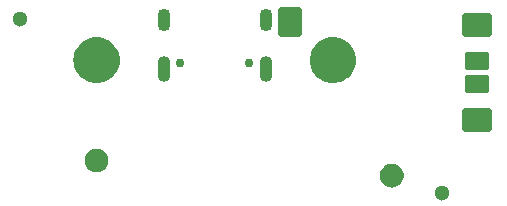
<source format=gts>
G04*
G04 #@! TF.GenerationSoftware,Altium Limited,Altium Designer,23.11.1 (41)*
G04*
G04 Layer_Color=8388736*
%FSLAX25Y25*%
%MOIN*%
G70*
G04*
G04 #@! TF.SameCoordinates,84374296-2AA4-43A0-BDA8-580E4E68A88C*
G04*
G04*
G04 #@! TF.FilePolarity,Negative*
G04*
G01*
G75*
%ADD11C,0.05118*%
G04:AMPARAMS|DCode=12|XSize=80.06mil|YSize=99.75mil|CornerRadius=11.48mil|HoleSize=0mil|Usage=FLASHONLY|Rotation=270.000|XOffset=0mil|YOffset=0mil|HoleType=Round|Shape=RoundedRectangle|*
%AMROUNDEDRECTD12*
21,1,0.08006,0.07678,0,0,270.0*
21,1,0.05709,0.09975,0,0,270.0*
1,1,0.02297,-0.03839,-0.02855*
1,1,0.02297,-0.03839,0.02855*
1,1,0.02297,0.03839,0.02855*
1,1,0.02297,0.03839,-0.02855*
%
%ADD12ROUNDEDRECTD12*%
G04:AMPARAMS|DCode=13|XSize=80.06mil|YSize=99.75mil|CornerRadius=11.48mil|HoleSize=0mil|Usage=FLASHONLY|Rotation=180.000|XOffset=0mil|YOffset=0mil|HoleType=Round|Shape=RoundedRectangle|*
%AMROUNDEDRECTD13*
21,1,0.08006,0.07678,0,0,180.0*
21,1,0.05709,0.09975,0,0,180.0*
1,1,0.02297,-0.02855,0.03839*
1,1,0.02297,0.02855,0.03839*
1,1,0.02297,0.02855,-0.03839*
1,1,0.02297,-0.02855,-0.03839*
%
%ADD13ROUNDEDRECTD13*%
G04:AMPARAMS|DCode=14|XSize=61.64mil|YSize=81.32mil|CornerRadius=9.18mil|HoleSize=0mil|Usage=FLASHONLY|Rotation=270.000|XOffset=0mil|YOffset=0mil|HoleType=Round|Shape=RoundedRectangle|*
%AMROUNDEDRECTD14*
21,1,0.06164,0.06296,0,0,270.0*
21,1,0.04328,0.08132,0,0,270.0*
1,1,0.01836,-0.03148,-0.02164*
1,1,0.01836,-0.03148,0.02164*
1,1,0.01836,0.03148,0.02164*
1,1,0.01836,0.03148,-0.02164*
%
%ADD14ROUNDEDRECTD14*%
G04:AMPARAMS|DCode=15|XSize=43.31mil|YSize=74.8mil|CornerRadius=21.65mil|HoleSize=0mil|Usage=FLASHONLY|Rotation=0.000|XOffset=0mil|YOffset=0mil|HoleType=Round|Shape=RoundedRectangle|*
%AMROUNDEDRECTD15*
21,1,0.04331,0.03150,0,0,0.0*
21,1,0.00000,0.07480,0,0,0.0*
1,1,0.04331,0.00000,-0.01575*
1,1,0.04331,0.00000,-0.01575*
1,1,0.04331,0.00000,0.01575*
1,1,0.04331,0.00000,0.01575*
%
%ADD15ROUNDEDRECTD15*%
G04:AMPARAMS|DCode=16|XSize=43.31mil|YSize=86.61mil|CornerRadius=21.65mil|HoleSize=0mil|Usage=FLASHONLY|Rotation=0.000|XOffset=0mil|YOffset=0mil|HoleType=Round|Shape=RoundedRectangle|*
%AMROUNDEDRECTD16*
21,1,0.04331,0.04331,0,0,0.0*
21,1,0.00000,0.08661,0,0,0.0*
1,1,0.04331,0.00000,-0.02165*
1,1,0.04331,0.00000,-0.02165*
1,1,0.04331,0.00000,0.02165*
1,1,0.04331,0.00000,0.02165*
%
%ADD16ROUNDEDRECTD16*%
%ADD17C,0.02953*%
G36*
X31858Y19824D02*
X31871D01*
X31884Y19822D01*
X31896Y19821D01*
X31909Y19819D01*
X31922Y19817D01*
X32607Y19681D01*
X32619Y19678D01*
X32632Y19675D01*
X32644Y19671D01*
X32656Y19668D01*
X32668Y19663D01*
X32681Y19659D01*
X33325Y19391D01*
X33337Y19386D01*
X33349Y19381D01*
X33360Y19374D01*
X33372Y19369D01*
X33382Y19362D01*
X33394Y19355D01*
X33974Y18967D01*
X33984Y18959D01*
X33995Y18952D01*
X34005Y18944D01*
X34015Y18936D01*
X34024Y18927D01*
X34034Y18918D01*
X34527Y18425D01*
X34536Y18415D01*
X34545Y18406D01*
X34553Y18396D01*
X34561Y18386D01*
X34569Y18375D01*
X34576Y18365D01*
X34964Y17785D01*
X34971Y17773D01*
X34978Y17763D01*
X34984Y17751D01*
X34990Y17740D01*
X34995Y17728D01*
X35001Y17716D01*
X35268Y17071D01*
X35272Y17059D01*
X35277Y17047D01*
X35280Y17035D01*
X35284Y17023D01*
X35287Y17010D01*
X35290Y16997D01*
X35426Y16313D01*
X35428Y16300D01*
X35430Y16287D01*
X35431Y16274D01*
X35433Y16262D01*
Y16249D01*
X35434Y16236D01*
Y15887D01*
Y15538D01*
X35433Y15525D01*
Y15512D01*
X35431Y15499D01*
X35430Y15486D01*
X35428Y15474D01*
X35426Y15461D01*
X35290Y14776D01*
X35287Y14764D01*
X35284Y14751D01*
X35280Y14739D01*
X35277Y14727D01*
X35272Y14715D01*
X35268Y14702D01*
X35001Y14058D01*
X34995Y14046D01*
X34990Y14034D01*
X34984Y14023D01*
X34978Y14011D01*
X34971Y14001D01*
X34964Y13989D01*
X34576Y13409D01*
X34569Y13399D01*
X34561Y13388D01*
X34553Y13378D01*
X34545Y13368D01*
X34536Y13359D01*
X34527Y13349D01*
X34034Y12856D01*
X34024Y12847D01*
X34015Y12838D01*
X34005Y12830D01*
X33995Y12822D01*
X33984Y12814D01*
X33974Y12807D01*
X33394Y12419D01*
X33382Y12412D01*
X33372Y12405D01*
X33360Y12399D01*
X33349Y12393D01*
X33337Y12388D01*
X33325Y12382D01*
X32681Y12115D01*
X32668Y12111D01*
X32656Y12106D01*
X32644Y12103D01*
X32632Y12099D01*
X32619Y12096D01*
X32607Y12093D01*
X31922Y11957D01*
X31909Y11955D01*
X31896Y11952D01*
X31884Y11952D01*
X31871Y11950D01*
X31858D01*
X31845Y11949D01*
X31147D01*
X31134Y11950D01*
X31121D01*
X31108Y11952D01*
X31096Y11952D01*
X31083Y11955D01*
X31070Y11957D01*
X30386Y12093D01*
X30373Y12096D01*
X30360Y12099D01*
X30348Y12103D01*
X30336Y12106D01*
X30324Y12111D01*
X30312Y12115D01*
X29667Y12382D01*
X29655Y12388D01*
X29643Y12393D01*
X29632Y12399D01*
X29620Y12405D01*
X29610Y12412D01*
X29599Y12419D01*
X29018Y12807D01*
X29008Y12814D01*
X28997Y12822D01*
X28988Y12830D01*
X28977Y12838D01*
X28968Y12847D01*
X28958Y12856D01*
X28465Y13349D01*
X28456Y13359D01*
X28447Y13368D01*
X28439Y13378D01*
X28431Y13388D01*
X28424Y13399D01*
X28416Y13409D01*
X28028Y13989D01*
X28021Y14001D01*
X28014Y14011D01*
X28009Y14023D01*
X28002Y14034D01*
X27997Y14046D01*
X27992Y14058D01*
X27724Y14702D01*
X27720Y14715D01*
X27715Y14727D01*
X27712Y14739D01*
X27708Y14751D01*
X27705Y14764D01*
X27702Y14776D01*
X27566Y15461D01*
X27564Y15474D01*
X27562Y15486D01*
X27561Y15499D01*
X27559Y15512D01*
Y15525D01*
X27558Y15538D01*
Y15887D01*
Y16236D01*
X27559Y16249D01*
Y16262D01*
X27561Y16274D01*
X27562Y16287D01*
X27564Y16300D01*
X27566Y16313D01*
X27702Y16997D01*
X27705Y17010D01*
X27708Y17023D01*
X27712Y17035D01*
X27715Y17047D01*
X27720Y17059D01*
X27724Y17071D01*
X27992Y17716D01*
X27997Y17728D01*
X28002Y17740D01*
X28009Y17751D01*
X28014Y17763D01*
X28021Y17773D01*
X28028Y17785D01*
X28416Y18365D01*
X28424Y18375D01*
X28431Y18386D01*
X28439Y18395D01*
X28447Y18406D01*
X28456Y18415D01*
X28465Y18425D01*
X28958Y18918D01*
X28968Y18927D01*
X28977Y18936D01*
X28987Y18944D01*
X28997Y18952D01*
X29008Y18959D01*
X29018Y18967D01*
X29599Y19355D01*
X29610Y19361D01*
X29620Y19369D01*
X29632Y19374D01*
X29643Y19381D01*
X29655Y19386D01*
X29667Y19391D01*
X30312Y19659D01*
X30324Y19663D01*
X30336Y19668D01*
X30348Y19671D01*
X30360Y19675D01*
X30373Y19678D01*
X30386Y19681D01*
X31070Y19817D01*
X31083Y19819D01*
X31096Y19821D01*
X31108Y19822D01*
X31121Y19824D01*
X31134D01*
X31147Y19825D01*
X31845D01*
X31858Y19824D01*
D02*
G37*
G36*
X32226Y57029D02*
X32239D01*
X32252Y57027D01*
X32265Y57026D01*
X32278Y57024D01*
X32290Y57022D01*
X33698Y56742D01*
X33710Y56739D01*
X33723Y56736D01*
X33735Y56732D01*
X33747Y56729D01*
X33759Y56724D01*
X33772Y56720D01*
X35097Y56170D01*
X35109Y56165D01*
X35121Y56160D01*
X35132Y56153D01*
X35143Y56148D01*
X35154Y56141D01*
X35165Y56134D01*
X36358Y55337D01*
X36368Y55329D01*
X36379Y55322D01*
X36389Y55313D01*
X36399Y55305D01*
X36408Y55296D01*
X36418Y55288D01*
X37433Y54273D01*
X37441Y54264D01*
X37450Y54255D01*
X37458Y54244D01*
X37466Y54235D01*
X37474Y54224D01*
X37481Y54214D01*
X38279Y53021D01*
X38285Y53009D01*
X38292Y52999D01*
X38298Y52987D01*
X38304Y52976D01*
X38309Y52964D01*
X38315Y52952D01*
X38864Y51627D01*
X38868Y51615D01*
X38873Y51603D01*
X38877Y51590D01*
X38881Y51578D01*
X38883Y51565D01*
X38887Y51553D01*
X39167Y50146D01*
X39168Y50133D01*
X39171Y50120D01*
X39171Y50107D01*
X39173Y50095D01*
Y50082D01*
X39174Y50069D01*
Y49352D01*
Y48634D01*
X39173Y48621D01*
Y48608D01*
X39171Y48595D01*
X39171Y48583D01*
X39168Y48570D01*
X39167Y48557D01*
X38887Y47150D01*
X38883Y47137D01*
X38881Y47125D01*
X38877Y47113D01*
X38873Y47100D01*
X38868Y47088D01*
X38864Y47076D01*
X38315Y45750D01*
X38309Y45739D01*
X38304Y45727D01*
X38298Y45716D01*
X38292Y45704D01*
X38285Y45693D01*
X38279Y45682D01*
X37481Y44489D01*
X37474Y44479D01*
X37466Y44468D01*
X37458Y44459D01*
X37450Y44448D01*
X37441Y44439D01*
X37433Y44430D01*
X36418Y43415D01*
X36408Y43407D01*
X36399Y43397D01*
X36389Y43389D01*
X36379Y43381D01*
X36368Y43374D01*
X36358Y43366D01*
X35165Y42569D01*
X35154Y42562D01*
X35143Y42555D01*
X35132Y42549D01*
X35121Y42543D01*
X35109Y42538D01*
X35097Y42533D01*
X33772Y41983D01*
X33759Y41979D01*
X33747Y41974D01*
X33735Y41971D01*
X33723Y41967D01*
X33710Y41964D01*
X33698Y41961D01*
X32290Y41681D01*
X32278Y41679D01*
X32265Y41677D01*
X32252Y41676D01*
X32239Y41674D01*
X32226D01*
X32213Y41673D01*
X30779D01*
X30766Y41674D01*
X30753D01*
X30740Y41676D01*
X30727Y41677D01*
X30715Y41679D01*
X30702Y41681D01*
X29295Y41961D01*
X29282Y41964D01*
X29269Y41967D01*
X29257Y41971D01*
X29245Y41974D01*
X29233Y41979D01*
X29221Y41983D01*
X27895Y42533D01*
X27883Y42538D01*
X27872Y42543D01*
X27860Y42550D01*
X27849Y42555D01*
X27838Y42562D01*
X27827Y42569D01*
X26634Y43366D01*
X26624Y43374D01*
X26613Y43381D01*
X26603Y43389D01*
X26593Y43397D01*
X26584Y43407D01*
X26574Y43415D01*
X25560Y44430D01*
X25551Y44439D01*
X25542Y44448D01*
X25534Y44459D01*
X25526Y44468D01*
X25518Y44479D01*
X25511Y44489D01*
X24713Y45682D01*
X24707Y45693D01*
X24700Y45704D01*
X24694Y45716D01*
X24688Y45727D01*
X24683Y45739D01*
X24677Y45750D01*
X24128Y47076D01*
X24124Y47088D01*
X24119Y47100D01*
X24115Y47113D01*
X24111Y47125D01*
X24109Y47137D01*
X24105Y47150D01*
X23826Y48557D01*
X23824Y48570D01*
X23821Y48583D01*
X23821Y48595D01*
X23819Y48608D01*
Y48621D01*
X23818Y48634D01*
Y49352D01*
Y50069D01*
X23819Y50082D01*
Y50095D01*
X23821Y50107D01*
X23821Y50120D01*
X23824Y50133D01*
X23826Y50146D01*
X24105Y51553D01*
X24109Y51565D01*
X24111Y51578D01*
X24115Y51590D01*
X24119Y51603D01*
X24124Y51615D01*
X24128Y51627D01*
X24677Y52952D01*
X24683Y52964D01*
X24688Y52976D01*
X24694Y52987D01*
X24700Y52999D01*
X24707Y53009D01*
X24713Y53021D01*
X25511Y54214D01*
X25518Y54224D01*
X25526Y54235D01*
X25534Y54244D01*
X25542Y54255D01*
X25551Y54264D01*
X25560Y54273D01*
X26574Y55288D01*
X26584Y55296D01*
X26593Y55305D01*
X26603Y55313D01*
X26613Y55322D01*
X26624Y55329D01*
X26634Y55337D01*
X27827Y56134D01*
X27838Y56141D01*
X27849Y56148D01*
X27860Y56153D01*
X27872Y56160D01*
X27883Y56165D01*
X27895Y56170D01*
X29221Y56720D01*
X29233Y56724D01*
X29245Y56729D01*
X29257Y56732D01*
X29269Y56736D01*
X29282Y56739D01*
X29295Y56742D01*
X30702Y57022D01*
X30715Y57024D01*
X30727Y57026D01*
X30740Y57027D01*
X30753Y57029D01*
X30766D01*
X30779Y57029D01*
X32213D01*
X32226Y57029D01*
D02*
G37*
G36*
X130283Y14764D02*
X130296D01*
X130309Y14762D01*
X130322Y14761D01*
X130334Y14759D01*
X130347Y14757D01*
X131032Y14621D01*
X131044Y14617D01*
X131057Y14615D01*
X131069Y14611D01*
X131082Y14607D01*
X131094Y14603D01*
X131106Y14598D01*
X131751Y14331D01*
X131762Y14326D01*
X131774Y14321D01*
X131785Y14314D01*
X131797Y14309D01*
X131808Y14301D01*
X131819Y14295D01*
X132399Y13907D01*
X132409Y13899D01*
X132420Y13892D01*
X132430Y13883D01*
X132440Y13876D01*
X132449Y13867D01*
X132459Y13858D01*
X132952Y13364D01*
X132961Y13355D01*
X132970Y13346D01*
X132978Y13335D01*
X132986Y13326D01*
X132994Y13315D01*
X133002Y13305D01*
X133389Y12724D01*
X133396Y12713D01*
X133403Y12702D01*
X133409Y12691D01*
X133415Y12680D01*
X133420Y12668D01*
X133426Y12656D01*
X133693Y12011D01*
X133697Y11999D01*
X133702Y11987D01*
X133705Y11975D01*
X133710Y11962D01*
X133712Y11950D01*
X133715Y11937D01*
X133852Y11253D01*
X133853Y11240D01*
X133856Y11227D01*
X133857Y11214D01*
X133858Y11202D01*
Y11189D01*
X133859Y11176D01*
Y10827D01*
Y10478D01*
X133858Y10465D01*
Y10452D01*
X133857Y10439D01*
X133856Y10426D01*
X133853Y10414D01*
X133852Y10401D01*
X133715Y9716D01*
X133712Y9704D01*
X133710Y9691D01*
X133705Y9679D01*
X133702Y9666D01*
X133697Y9655D01*
X133693Y9642D01*
X133426Y8997D01*
X133420Y8986D01*
X133415Y8974D01*
X133409Y8963D01*
X133403Y8951D01*
X133396Y8940D01*
X133389Y8929D01*
X133002Y8349D01*
X132994Y8339D01*
X132986Y8328D01*
X132978Y8318D01*
X132970Y8308D01*
X132961Y8299D01*
X132952Y8289D01*
X132459Y7796D01*
X132449Y7787D01*
X132440Y7778D01*
X132430Y7770D01*
X132420Y7762D01*
X132409Y7754D01*
X132399Y7746D01*
X131819Y7359D01*
X131808Y7352D01*
X131797Y7345D01*
X131785Y7339D01*
X131774Y7333D01*
X131762Y7328D01*
X131751Y7322D01*
X131106Y7055D01*
X131094Y7051D01*
X131082Y7046D01*
X131069Y7043D01*
X131057Y7039D01*
X131044Y7036D01*
X131032Y7033D01*
X130347Y6897D01*
X130334Y6895D01*
X130322Y6892D01*
X130309Y6892D01*
X130296Y6890D01*
X130283D01*
X130270Y6889D01*
X129572D01*
X129559Y6890D01*
X129546D01*
X129534Y6892D01*
X129521Y6892D01*
X129508Y6895D01*
X129495Y6897D01*
X128811Y7033D01*
X128798Y7036D01*
X128786Y7039D01*
X128773Y7043D01*
X128761Y7046D01*
X128749Y7051D01*
X128737Y7055D01*
X128092Y7322D01*
X128080Y7328D01*
X128068Y7333D01*
X128057Y7339D01*
X128046Y7345D01*
X128035Y7352D01*
X128024Y7359D01*
X127443Y7746D01*
X127433Y7754D01*
X127422Y7762D01*
X127413Y7770D01*
X127402Y7778D01*
X127393Y7787D01*
X127383Y7796D01*
X126890Y8289D01*
X126882Y8299D01*
X126872Y8308D01*
X126865Y8318D01*
X126856Y8328D01*
X126849Y8339D01*
X126841Y8349D01*
X126453Y8929D01*
X126447Y8940D01*
X126439Y8951D01*
X126434Y8963D01*
X126427Y8974D01*
X126422Y8986D01*
X126417Y8997D01*
X126150Y9642D01*
X126146Y9655D01*
X126140Y9666D01*
X126137Y9679D01*
X126133Y9691D01*
X126130Y9704D01*
X126127Y9716D01*
X125991Y10401D01*
X125989Y10414D01*
X125987Y10426D01*
X125986Y10439D01*
X125984Y10452D01*
Y10465D01*
X125983Y10478D01*
Y10827D01*
Y11176D01*
X125984Y11189D01*
Y11202D01*
X125986Y11214D01*
X125987Y11227D01*
X125989Y11240D01*
X125991Y11253D01*
X126127Y11937D01*
X126130Y11950D01*
X126133Y11962D01*
X126137Y11975D01*
X126140Y11987D01*
X126146Y11999D01*
X126150Y12011D01*
X126417Y12656D01*
X126422Y12668D01*
X126427Y12680D01*
X126434Y12691D01*
X126439Y12702D01*
X126447Y12713D01*
X126453Y12724D01*
X126841Y13305D01*
X126849Y13315D01*
X126856Y13326D01*
X126865Y13335D01*
X126872Y13346D01*
X126882Y13355D01*
X126890Y13364D01*
X127383Y13858D01*
X127393Y13867D01*
X127402Y13876D01*
X127413Y13883D01*
X127422Y13892D01*
X127433Y13899D01*
X127443Y13907D01*
X128024Y14295D01*
X128035Y14301D01*
X128046Y14309D01*
X128057Y14314D01*
X128068Y14321D01*
X128080Y14326D01*
X128092Y14331D01*
X128737Y14598D01*
X128749Y14603D01*
X128761Y14607D01*
X128773Y14611D01*
X128786Y14615D01*
X128798Y14617D01*
X128811Y14621D01*
X129495Y14757D01*
X129508Y14759D01*
X129521Y14761D01*
X129534Y14762D01*
X129546Y14764D01*
X129559D01*
X129572Y14765D01*
X130270D01*
X130283Y14764D01*
D02*
G37*
G36*
X110967Y57029D02*
X110979D01*
X110992Y57027D01*
X111005Y57026D01*
X111018Y57024D01*
X111030Y57022D01*
X112438Y56742D01*
X112450Y56739D01*
X112463Y56736D01*
X112475Y56732D01*
X112487Y56729D01*
X112499Y56724D01*
X112512Y56720D01*
X113837Y56170D01*
X113849Y56165D01*
X113861Y56160D01*
X113872Y56153D01*
X113883Y56148D01*
X113894Y56141D01*
X113905Y56134D01*
X115098Y55337D01*
X115109Y55329D01*
X115119Y55322D01*
X115129Y55313D01*
X115139Y55305D01*
X115148Y55296D01*
X115158Y55288D01*
X116173Y54273D01*
X116181Y54264D01*
X116190Y54255D01*
X116198Y54244D01*
X116207Y54235D01*
X116214Y54224D01*
X116222Y54214D01*
X117019Y53021D01*
X117025Y53009D01*
X117032Y52999D01*
X117038Y52987D01*
X117045Y52976D01*
X117050Y52964D01*
X117055Y52952D01*
X117604Y51627D01*
X117608Y51615D01*
X117613Y51603D01*
X117617Y51590D01*
X117621Y51578D01*
X117623Y51565D01*
X117627Y51553D01*
X117907Y50146D01*
X117908Y50133D01*
X117911Y50120D01*
X117912Y50107D01*
X117913Y50095D01*
Y50082D01*
X117914Y50069D01*
Y49352D01*
Y48634D01*
X117913Y48621D01*
Y48608D01*
X117912Y48595D01*
X117911Y48583D01*
X117908Y48570D01*
X117907Y48557D01*
X117627Y47150D01*
X117623Y47137D01*
X117621Y47125D01*
X117617Y47113D01*
X117613Y47100D01*
X117608Y47088D01*
X117604Y47076D01*
X117055Y45750D01*
X117050Y45739D01*
X117045Y45727D01*
X117038Y45716D01*
X117032Y45704D01*
X117025Y45693D01*
X117019Y45682D01*
X116222Y44489D01*
X116214Y44479D01*
X116207Y44468D01*
X116198Y44459D01*
X116190Y44448D01*
X116181Y44439D01*
X116173Y44430D01*
X115158Y43415D01*
X115148Y43407D01*
X115139Y43397D01*
X115129Y43389D01*
X115119Y43381D01*
X115109Y43374D01*
X115098Y43366D01*
X113905Y42569D01*
X113894Y42562D01*
X113883Y42555D01*
X113872Y42550D01*
X113861Y42543D01*
X113849Y42538D01*
X113837Y42533D01*
X112512Y41983D01*
X112499Y41979D01*
X112487Y41974D01*
X112475Y41971D01*
X112463Y41967D01*
X112450Y41964D01*
X112438Y41961D01*
X111030Y41681D01*
X111018Y41679D01*
X111005Y41677D01*
X110992Y41676D01*
X110979Y41674D01*
X110967D01*
X110954Y41673D01*
X109519D01*
X109506Y41674D01*
X109493D01*
X109480Y41676D01*
X109467Y41677D01*
X109455Y41679D01*
X109442Y41681D01*
X108035Y41961D01*
X108022Y41964D01*
X108010Y41967D01*
X107997Y41971D01*
X107985Y41974D01*
X107973Y41979D01*
X107961Y41983D01*
X106635Y42533D01*
X106624Y42538D01*
X106612Y42543D01*
X106600Y42549D01*
X106589Y42555D01*
X106578Y42562D01*
X106567Y42569D01*
X105374Y43366D01*
X105364Y43374D01*
X105353Y43381D01*
X105343Y43389D01*
X105333Y43397D01*
X105324Y43407D01*
X105314Y43415D01*
X104300Y44430D01*
X104291Y44439D01*
X104282Y44448D01*
X104274Y44459D01*
X104266Y44468D01*
X104259Y44479D01*
X104251Y44489D01*
X103454Y45682D01*
X103447Y45693D01*
X103440Y45704D01*
X103434Y45716D01*
X103428Y45727D01*
X103423Y45739D01*
X103417Y45750D01*
X102868Y47076D01*
X102864Y47088D01*
X102859Y47100D01*
X102856Y47113D01*
X102851Y47125D01*
X102849Y47137D01*
X102846Y47150D01*
X102566Y48557D01*
X102564Y48570D01*
X102562Y48583D01*
X102561Y48595D01*
X102559Y48608D01*
Y48621D01*
X102558Y48634D01*
Y49352D01*
Y50069D01*
X102559Y50082D01*
Y50095D01*
X102561Y50107D01*
X102562Y50120D01*
X102564Y50133D01*
X102566Y50146D01*
X102846Y51553D01*
X102849Y51565D01*
X102851Y51578D01*
X102856Y51590D01*
X102859Y51603D01*
X102864Y51615D01*
X102868Y51627D01*
X103417Y52952D01*
X103423Y52964D01*
X103428Y52976D01*
X103434Y52987D01*
X103440Y52999D01*
X103447Y53009D01*
X103454Y53021D01*
X104251Y54214D01*
X104259Y54224D01*
X104266Y54235D01*
X104274Y54244D01*
X104282Y54255D01*
X104291Y54264D01*
X104300Y54273D01*
X105314Y55288D01*
X105324Y55296D01*
X105333Y55305D01*
X105343Y55313D01*
X105353Y55322D01*
X105364Y55329D01*
X105374Y55337D01*
X106567Y56134D01*
X106578Y56141D01*
X106589Y56148D01*
X106600Y56153D01*
X106612Y56160D01*
X106624Y56165D01*
X106635Y56170D01*
X107961Y56720D01*
X107973Y56724D01*
X107985Y56729D01*
X107997Y56732D01*
X108010Y56736D01*
X108022Y56739D01*
X108035Y56742D01*
X109442Y57022D01*
X109455Y57024D01*
X109467Y57026D01*
X109480Y57027D01*
X109493Y57029D01*
X109506D01*
X109519Y57029D01*
X110954D01*
X110967Y57029D01*
D02*
G37*
D11*
X146653Y4921D02*
D03*
X5906Y62992D02*
D03*
D12*
X158465Y29528D02*
D03*
Y61024D02*
D03*
D13*
X96014Y62008D02*
D03*
D14*
X158465Y41339D02*
D03*
Y49213D02*
D03*
D15*
X53858Y62854D02*
D03*
X87874D02*
D03*
D16*
X53858Y46398D02*
D03*
X87874D02*
D03*
D17*
X59488Y48366D02*
D03*
X82244D02*
D03*
M02*

</source>
